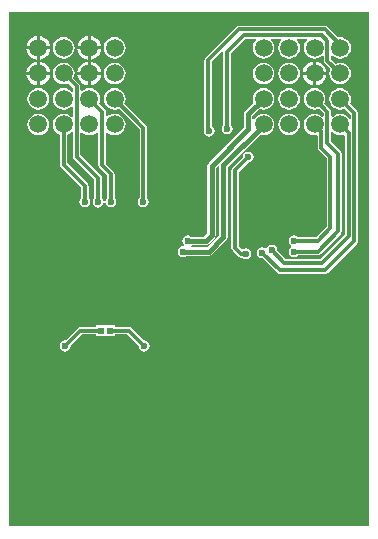
<source format=gbl>
G04*
G04 #@! TF.GenerationSoftware,Altium Limited,Altium Designer,18.0.7 (293)*
G04*
G04 Layer_Physical_Order=2*
G04 Layer_Color=16711680*
%FSLAX25Y25*%
%MOIN*%
G70*
G01*
G75*
%ADD11C,0.01181*%
%ADD21R,0.01968X0.02362*%
%ADD50C,0.01500*%
%ADD52C,0.05906*%
%ADD53C,0.02362*%
G36*
X123031Y2953D02*
X2953D01*
Y174213D01*
X123031D01*
Y2953D01*
D02*
G37*
%LPC*%
G36*
X30185Y166283D02*
Y162862D01*
X33606D01*
X33536Y163394D01*
X33138Y164356D01*
X32504Y165181D01*
X31679Y165815D01*
X30717Y166213D01*
X30185Y166283D01*
D02*
G37*
G36*
X13177D02*
Y162862D01*
X16598D01*
X16528Y163394D01*
X16130Y164356D01*
X15496Y165181D01*
X14671Y165815D01*
X13709Y166213D01*
X13177Y166283D01*
D02*
G37*
G36*
X12177Y166283D02*
X11645Y166213D01*
X10684Y165815D01*
X9858Y165181D01*
X9224Y164356D01*
X8826Y163394D01*
X8756Y162862D01*
X12177D01*
Y166283D01*
D02*
G37*
G36*
X29185D02*
X28653Y166213D01*
X27692Y165815D01*
X26866Y165181D01*
X26232Y164356D01*
X25834Y163394D01*
X25764Y162862D01*
X29185D01*
Y166283D01*
D02*
G37*
G36*
X108268Y169748D02*
X79528D01*
X79051Y169654D01*
X78648Y169384D01*
X68411Y159148D01*
X68142Y158744D01*
X68047Y158268D01*
Y135454D01*
X67979Y135352D01*
X67839Y134646D01*
X67979Y133939D01*
X68379Y133340D01*
X68978Y132940D01*
X69685Y132799D01*
X70392Y132940D01*
X70991Y133340D01*
X71391Y133939D01*
X71531Y134646D01*
X71391Y135352D01*
X70991Y135951D01*
X70536Y136255D01*
Y157752D01*
X73962Y161179D01*
X74002Y161174D01*
X74445Y160954D01*
Y136780D01*
X74383Y136739D01*
X73983Y136140D01*
X73843Y135433D01*
X73983Y134726D01*
X74383Y134127D01*
X74982Y133727D01*
X75689Y133587D01*
X76396Y133727D01*
X76995Y134127D01*
X77395Y134726D01*
X77535Y135433D01*
X77395Y136140D01*
X76995Y136739D01*
X76933Y136780D01*
Y160607D01*
X81775Y165448D01*
X85154D01*
X85315Y164975D01*
X85240Y164917D01*
X84666Y164169D01*
X84305Y163297D01*
X84182Y162362D01*
X84305Y161427D01*
X84666Y160555D01*
X85240Y159807D01*
X85988Y159233D01*
X86860Y158872D01*
X87795Y158749D01*
X88731Y158872D01*
X89602Y159233D01*
X90351Y159807D01*
X90925Y160555D01*
X91286Y161427D01*
X91409Y162362D01*
X91286Y163297D01*
X90925Y164169D01*
X90351Y164917D01*
X90275Y164975D01*
X90436Y165448D01*
X93659D01*
X93819Y164975D01*
X93744Y164917D01*
X93170Y164169D01*
X92809Y163297D01*
X92686Y162362D01*
X92809Y161427D01*
X93170Y160555D01*
X93744Y159807D01*
X94492Y159233D01*
X95364Y158872D01*
X96299Y158749D01*
X97234Y158872D01*
X98106Y159233D01*
X98854Y159807D01*
X99429Y160555D01*
X99790Y161427D01*
X99913Y162362D01*
X99790Y163297D01*
X99429Y164169D01*
X98854Y164917D01*
X98779Y164975D01*
X98940Y165448D01*
X102162D01*
X102323Y164975D01*
X102248Y164917D01*
X101674Y164169D01*
X101313Y163297D01*
X101190Y162362D01*
X101313Y161427D01*
X101674Y160555D01*
X102248Y159807D01*
X102996Y159233D01*
X103868Y158872D01*
X104803Y158749D01*
X105738Y158872D01*
X106610Y159233D01*
X107311Y159771D01*
X107710Y159688D01*
X107811Y159653D01*
Y158110D01*
X107905Y157634D01*
X108175Y157230D01*
X110050Y155356D01*
X109817Y154794D01*
X109694Y153858D01*
X109817Y152923D01*
X110178Y152051D01*
X110752Y151303D01*
X111500Y150729D01*
X112372Y150368D01*
X113307Y150245D01*
X114242Y150368D01*
X115114Y150729D01*
X115862Y151303D01*
X116437Y152051D01*
X116797Y152923D01*
X116921Y153858D01*
X116797Y154794D01*
X116437Y155665D01*
X115862Y156413D01*
X115114Y156988D01*
X114242Y157349D01*
X113307Y157472D01*
X112372Y157349D01*
X111809Y157116D01*
X110300Y158626D01*
Y159653D01*
X110400Y159688D01*
X110800Y159771D01*
X111500Y159233D01*
X112372Y158872D01*
X113307Y158749D01*
X114242Y158872D01*
X115114Y159233D01*
X115862Y159807D01*
X116437Y160555D01*
X116797Y161427D01*
X116921Y162362D01*
X116797Y163297D01*
X116437Y164169D01*
X115862Y164917D01*
X115114Y165492D01*
X114242Y165853D01*
X113307Y165976D01*
X112643Y165888D01*
X109148Y169384D01*
X108744Y169654D01*
X108268Y169748D01*
D02*
G37*
G36*
X38189Y165976D02*
X37254Y165853D01*
X36382Y165492D01*
X35634Y164917D01*
X35059Y164169D01*
X34699Y163297D01*
X34575Y162362D01*
X34699Y161427D01*
X35059Y160555D01*
X35634Y159807D01*
X36382Y159233D01*
X37254Y158872D01*
X38189Y158749D01*
X39124Y158872D01*
X39996Y159233D01*
X40744Y159807D01*
X41318Y160555D01*
X41679Y161427D01*
X41803Y162362D01*
X41679Y163297D01*
X41318Y164169D01*
X40744Y164917D01*
X39996Y165492D01*
X39124Y165853D01*
X38189Y165976D01*
D02*
G37*
G36*
X21181D02*
X20246Y165853D01*
X19374Y165492D01*
X18626Y164917D01*
X18052Y164169D01*
X17691Y163297D01*
X17568Y162362D01*
X17691Y161427D01*
X18052Y160555D01*
X18626Y159807D01*
X19374Y159233D01*
X20246Y158872D01*
X21181Y158749D01*
X22116Y158872D01*
X22988Y159233D01*
X23736Y159807D01*
X24311Y160555D01*
X24672Y161427D01*
X24795Y162362D01*
X24672Y163297D01*
X24311Y164169D01*
X23736Y164917D01*
X22988Y165492D01*
X22116Y165853D01*
X21181Y165976D01*
D02*
G37*
G36*
X33606Y161862D02*
X30185D01*
Y158441D01*
X30717Y158511D01*
X31679Y158909D01*
X32504Y159543D01*
X33138Y160369D01*
X33536Y161330D01*
X33606Y161862D01*
D02*
G37*
G36*
X16598D02*
X13177D01*
Y158441D01*
X13709Y158511D01*
X14671Y158909D01*
X15496Y159543D01*
X16130Y160369D01*
X16528Y161330D01*
X16598Y161862D01*
D02*
G37*
G36*
X12177D02*
X8756D01*
X8826Y161330D01*
X9224Y160369D01*
X9858Y159543D01*
X10684Y158909D01*
X11645Y158511D01*
X12177Y158441D01*
Y161862D01*
D02*
G37*
G36*
X29185D02*
X25764D01*
X25834Y161330D01*
X26232Y160369D01*
X26866Y159543D01*
X27692Y158909D01*
X28653Y158511D01*
X29185Y158441D01*
Y161862D01*
D02*
G37*
G36*
X30185Y157779D02*
Y154358D01*
X33606D01*
X33536Y154890D01*
X33138Y155852D01*
X32504Y156677D01*
X31679Y157311D01*
X30717Y157709D01*
X30185Y157779D01*
D02*
G37*
G36*
X13177D02*
Y154358D01*
X16598D01*
X16528Y154890D01*
X16130Y155852D01*
X15496Y156677D01*
X14671Y157311D01*
X13709Y157709D01*
X13177Y157779D01*
D02*
G37*
G36*
X105303Y157779D02*
Y154358D01*
X108724D01*
X108654Y154890D01*
X108256Y155852D01*
X107622Y156677D01*
X106797Y157311D01*
X105835Y157709D01*
X105303Y157779D01*
D02*
G37*
G36*
X104303Y157779D02*
X103771Y157709D01*
X102810Y157311D01*
X101984Y156677D01*
X101350Y155852D01*
X100952Y154890D01*
X100882Y154358D01*
X104303D01*
Y157779D01*
D02*
G37*
G36*
X12177Y157779D02*
X11645Y157709D01*
X10684Y157311D01*
X9858Y156677D01*
X9224Y155852D01*
X8826Y154890D01*
X8756Y154358D01*
X12177D01*
Y157779D01*
D02*
G37*
G36*
X29185D02*
X28653Y157709D01*
X27692Y157311D01*
X26866Y156677D01*
X26232Y155852D01*
X25834Y154890D01*
X25764Y154358D01*
X29185D01*
Y157779D01*
D02*
G37*
G36*
X96299Y157472D02*
X95364Y157349D01*
X94492Y156988D01*
X93744Y156413D01*
X93170Y155665D01*
X92809Y154794D01*
X92686Y153858D01*
X92809Y152923D01*
X93170Y152051D01*
X93744Y151303D01*
X94492Y150729D01*
X95364Y150368D01*
X96299Y150245D01*
X97234Y150368D01*
X98106Y150729D01*
X98854Y151303D01*
X99429Y152051D01*
X99790Y152923D01*
X99913Y153858D01*
X99790Y154794D01*
X99429Y155665D01*
X98854Y156413D01*
X98106Y156988D01*
X97234Y157349D01*
X96299Y157472D01*
D02*
G37*
G36*
X87795D02*
X86860Y157349D01*
X85988Y156988D01*
X85240Y156413D01*
X84666Y155665D01*
X84305Y154794D01*
X84182Y153858D01*
X84305Y152923D01*
X84666Y152051D01*
X85240Y151303D01*
X85988Y150729D01*
X86860Y150368D01*
X87795Y150245D01*
X88731Y150368D01*
X89602Y150729D01*
X90351Y151303D01*
X90925Y152051D01*
X91286Y152923D01*
X91409Y153858D01*
X91286Y154794D01*
X90925Y155665D01*
X90351Y156413D01*
X89602Y156988D01*
X88731Y157349D01*
X87795Y157472D01*
D02*
G37*
G36*
X38189D02*
X37254Y157349D01*
X36382Y156988D01*
X35634Y156413D01*
X35059Y155665D01*
X34699Y154794D01*
X34575Y153858D01*
X34699Y152923D01*
X35059Y152051D01*
X35634Y151303D01*
X36382Y150729D01*
X37254Y150368D01*
X38189Y150245D01*
X39124Y150368D01*
X39996Y150729D01*
X40744Y151303D01*
X41318Y152051D01*
X41679Y152923D01*
X41803Y153858D01*
X41679Y154794D01*
X41318Y155665D01*
X40744Y156413D01*
X39996Y156988D01*
X39124Y157349D01*
X38189Y157472D01*
D02*
G37*
G36*
X33606Y153358D02*
X30185D01*
Y149937D01*
X30717Y150007D01*
X31679Y150406D01*
X32504Y151039D01*
X33138Y151865D01*
X33536Y152826D01*
X33606Y153358D01*
D02*
G37*
G36*
X16598D02*
X13177D01*
Y149937D01*
X13709Y150007D01*
X14671Y150406D01*
X15496Y151039D01*
X16130Y151865D01*
X16528Y152826D01*
X16598Y153358D01*
D02*
G37*
G36*
X104303D02*
X100882D01*
X100952Y152826D01*
X101350Y151865D01*
X101984Y151039D01*
X102810Y150406D01*
X103771Y150007D01*
X104303Y149937D01*
Y153358D01*
D02*
G37*
G36*
X108724D02*
X105303D01*
Y149937D01*
X105835Y150007D01*
X106797Y150406D01*
X107622Y151039D01*
X108256Y151865D01*
X108654Y152826D01*
X108724Y153358D01*
D02*
G37*
G36*
X12177D02*
X8756D01*
X8826Y152826D01*
X9224Y151865D01*
X9858Y151039D01*
X10684Y150406D01*
X11645Y150007D01*
X12177Y149937D01*
Y153358D01*
D02*
G37*
G36*
X29185D02*
X25764D01*
X25834Y152826D01*
X26232Y151865D01*
X26866Y151039D01*
X27692Y150406D01*
X28653Y150007D01*
X29185Y149937D01*
Y153358D01*
D02*
G37*
G36*
X21181Y157472D02*
X20246Y157349D01*
X19374Y156988D01*
X18626Y156413D01*
X18052Y155665D01*
X17691Y154794D01*
X17568Y153858D01*
X17691Y152923D01*
X18052Y152051D01*
X18626Y151303D01*
X19374Y150729D01*
X20246Y150368D01*
X21181Y150245D01*
X22116Y150368D01*
X22679Y150601D01*
X24267Y149012D01*
Y147995D01*
X23794Y147834D01*
X23736Y147909D01*
X22988Y148484D01*
X22116Y148845D01*
X21181Y148968D01*
X20246Y148845D01*
X19374Y148484D01*
X18626Y147909D01*
X18052Y147161D01*
X17691Y146290D01*
X17568Y145354D01*
X17691Y144419D01*
X18052Y143547D01*
X18626Y142799D01*
X19374Y142225D01*
X20246Y141864D01*
X21181Y141741D01*
X22116Y141864D01*
X22988Y142225D01*
X23736Y142799D01*
X23794Y142874D01*
X24267Y142714D01*
Y139491D01*
X23794Y139330D01*
X23736Y139406D01*
X22988Y139980D01*
X22116Y140341D01*
X21181Y140464D01*
X20246Y140341D01*
X19374Y139980D01*
X18626Y139406D01*
X18052Y138657D01*
X17691Y137786D01*
X17568Y136850D01*
X17691Y135915D01*
X18052Y135044D01*
X18626Y134295D01*
X19374Y133721D01*
X19937Y133488D01*
Y123406D01*
X20031Y122929D01*
X20301Y122526D01*
X27004Y115823D01*
Y112469D01*
X26942Y112428D01*
X26542Y111829D01*
X26401Y111122D01*
X26542Y110415D01*
X26942Y109816D01*
X27541Y109416D01*
X28248Y109275D01*
X28955Y109416D01*
X29554Y109816D01*
X29954Y110415D01*
X30095Y111122D01*
X29954Y111829D01*
X29554Y112428D01*
X29492Y112469D01*
Y116339D01*
X29398Y116815D01*
X29128Y117218D01*
X22425Y123921D01*
Y133488D01*
X22988Y133721D01*
X23736Y134295D01*
X23794Y134370D01*
X24267Y134210D01*
Y126161D01*
X24362Y125685D01*
X24632Y125282D01*
X31433Y118481D01*
Y112272D01*
X31372Y112231D01*
X30971Y111632D01*
X30831Y110925D01*
X30971Y110219D01*
X31372Y109619D01*
X31971Y109219D01*
X32677Y109079D01*
X33384Y109219D01*
X33983Y109619D01*
X34383Y110219D01*
X34524Y110925D01*
X34383Y111632D01*
X33983Y112231D01*
X33922Y112272D01*
Y118996D01*
X33827Y119472D01*
X33557Y119876D01*
X26756Y126677D01*
Y134019D01*
X27256Y134198D01*
X27878Y133721D01*
X28750Y133360D01*
X29685Y133237D01*
X30620Y133360D01*
X31492Y133721D01*
X32240Y134295D01*
X32298Y134370D01*
X32771Y134210D01*
Y123169D01*
X32866Y122693D01*
X33136Y122289D01*
X35665Y119760D01*
Y112370D01*
X35604Y112329D01*
X35203Y111730D01*
X35063Y111024D01*
X35203Y110317D01*
X35604Y109718D01*
X36203Y109318D01*
X36909Y109177D01*
X37616Y109318D01*
X38215Y109718D01*
X38615Y110317D01*
X38756Y111024D01*
X38615Y111730D01*
X38215Y112329D01*
X38154Y112370D01*
Y120276D01*
X38059Y120752D01*
X37789Y121156D01*
X35260Y123685D01*
Y134019D01*
X35760Y134198D01*
X36382Y133721D01*
X37254Y133360D01*
X38189Y133237D01*
X39124Y133360D01*
X39996Y133721D01*
X40744Y134295D01*
X41318Y135044D01*
X41679Y135915D01*
X41803Y136850D01*
X41679Y137786D01*
X41318Y138657D01*
X40744Y139406D01*
X39996Y139980D01*
X39124Y140341D01*
X38189Y140464D01*
X37254Y140341D01*
X36382Y139980D01*
X35760Y139503D01*
X35260Y139682D01*
Y141024D01*
X35165Y141500D01*
X34896Y141903D01*
X32943Y143857D01*
X33176Y144419D01*
X33299Y145354D01*
X33176Y146290D01*
X32814Y147161D01*
X32240Y147909D01*
X31492Y148484D01*
X30620Y148845D01*
X29685Y148968D01*
X28750Y148845D01*
X27878Y148484D01*
X27256Y148006D01*
X26756Y148186D01*
Y149528D01*
X26662Y150004D01*
X26392Y150408D01*
X24439Y152361D01*
X24672Y152923D01*
X24795Y153858D01*
X24672Y154794D01*
X24311Y155665D01*
X23736Y156413D01*
X22988Y156988D01*
X22116Y157349D01*
X21181Y157472D01*
D02*
G37*
G36*
X96299Y148968D02*
X95364Y148845D01*
X94492Y148484D01*
X93744Y147909D01*
X93170Y147161D01*
X92809Y146290D01*
X92686Y145354D01*
X92809Y144419D01*
X93170Y143547D01*
X93744Y142799D01*
X94492Y142225D01*
X95364Y141864D01*
X96299Y141741D01*
X97234Y141864D01*
X98106Y142225D01*
X98854Y142799D01*
X99429Y143547D01*
X99790Y144419D01*
X99913Y145354D01*
X99790Y146290D01*
X99429Y147161D01*
X98854Y147909D01*
X98106Y148484D01*
X97234Y148845D01*
X96299Y148968D01*
D02*
G37*
G36*
X87795D02*
X86860Y148845D01*
X85988Y148484D01*
X85240Y147909D01*
X84666Y147161D01*
X84305Y146290D01*
X84182Y145354D01*
X84305Y144419D01*
X84470Y144019D01*
X81682Y141231D01*
X81377Y140775D01*
X81270Y140236D01*
Y135851D01*
X69478Y124058D01*
X69173Y123601D01*
X69065Y123063D01*
Y100575D01*
X67929Y99439D01*
X63753D01*
X63305Y99737D01*
X62598Y99878D01*
X61892Y99737D01*
X61293Y99337D01*
X60892Y98738D01*
X60752Y98032D01*
X60892Y97325D01*
X61243Y96801D01*
X61121Y96493D01*
X61001Y96330D01*
X60317Y96194D01*
X59718Y95794D01*
X59318Y95195D01*
X59177Y94488D01*
X59318Y93782D01*
X59718Y93182D01*
X60317Y92782D01*
X61024Y92642D01*
X61730Y92782D01*
X62178Y93081D01*
X69685D01*
X70223Y93188D01*
X70680Y93493D01*
X75404Y98218D01*
X75709Y98674D01*
X75816Y99213D01*
Y122626D01*
X86641Y133450D01*
X86860Y133360D01*
X87795Y133237D01*
X88731Y133360D01*
X89602Y133721D01*
X90351Y134295D01*
X90925Y135044D01*
X91286Y135915D01*
X91409Y136850D01*
X91286Y137786D01*
X90925Y138657D01*
X90351Y139406D01*
X89602Y139980D01*
X88731Y140341D01*
X87795Y140464D01*
X86860Y140341D01*
X85988Y139980D01*
X85240Y139406D01*
X84666Y138657D01*
X84584Y138460D01*
X84084Y138559D01*
Y139653D01*
X86460Y142030D01*
X86860Y141864D01*
X87795Y141741D01*
X88731Y141864D01*
X89602Y142225D01*
X90351Y142799D01*
X90925Y143547D01*
X91286Y144419D01*
X91409Y145354D01*
X91286Y146290D01*
X90925Y147161D01*
X90351Y147909D01*
X89602Y148484D01*
X88731Y148845D01*
X87795Y148968D01*
D02*
G37*
G36*
X12677D02*
X11742Y148845D01*
X10870Y148484D01*
X10122Y147909D01*
X9548Y147161D01*
X9187Y146290D01*
X9064Y145354D01*
X9187Y144419D01*
X9548Y143547D01*
X10122Y142799D01*
X10870Y142225D01*
X11742Y141864D01*
X12677Y141741D01*
X13612Y141864D01*
X14484Y142225D01*
X15232Y142799D01*
X15807Y143547D01*
X16168Y144419D01*
X16291Y145354D01*
X16168Y146290D01*
X15807Y147161D01*
X15232Y147909D01*
X14484Y148484D01*
X13612Y148845D01*
X12677Y148968D01*
D02*
G37*
G36*
X113307D02*
X112372Y148845D01*
X111500Y148484D01*
X110752Y147909D01*
X110178Y147161D01*
X109817Y146290D01*
X109694Y145354D01*
X109817Y144419D01*
X110178Y143547D01*
X110752Y142799D01*
X111500Y142225D01*
X112372Y141864D01*
X113307Y141741D01*
X114242Y141864D01*
X114805Y142097D01*
X116866Y140036D01*
Y138881D01*
X116744Y138818D01*
X116366Y138749D01*
X115862Y139406D01*
X115114Y139980D01*
X114242Y140341D01*
X113307Y140464D01*
X112372Y140341D01*
X111500Y139980D01*
X110800Y139442D01*
X110400Y139525D01*
X110300Y139559D01*
Y141102D01*
X110205Y141579D01*
X109935Y141982D01*
X108061Y143857D01*
X108294Y144419D01*
X108417Y145354D01*
X108294Y146290D01*
X107933Y147161D01*
X107358Y147909D01*
X106610Y148484D01*
X105738Y148845D01*
X104803Y148968D01*
X103868Y148845D01*
X102996Y148484D01*
X102248Y147909D01*
X101674Y147161D01*
X101313Y146290D01*
X101190Y145354D01*
X101313Y144419D01*
X101674Y143547D01*
X102248Y142799D01*
X102996Y142225D01*
X103868Y141864D01*
X104803Y141741D01*
X105738Y141864D01*
X106301Y142097D01*
X107811Y140587D01*
Y139559D01*
X107710Y139525D01*
X107311Y139442D01*
X106610Y139980D01*
X105738Y140341D01*
X104803Y140464D01*
X103868Y140341D01*
X102996Y139980D01*
X102248Y139406D01*
X101674Y138657D01*
X101313Y137786D01*
X101190Y136850D01*
X101313Y135915D01*
X101674Y135044D01*
X102248Y134295D01*
X102996Y133721D01*
X103868Y133360D01*
X104803Y133237D01*
X105342Y133308D01*
X105842Y132887D01*
Y129134D01*
X105937Y128658D01*
X106207Y128254D01*
X108854Y125607D01*
Y102732D01*
X105398Y99276D01*
X99378D01*
X99337Y99337D01*
X98738Y99737D01*
X98032Y99878D01*
X97325Y99737D01*
X96726Y99337D01*
X96326Y98738D01*
X96185Y98032D01*
X96326Y97325D01*
X96726Y96726D01*
X96973Y96561D01*
Y95959D01*
X96726Y95794D01*
X96326Y95195D01*
X96185Y94488D01*
X96326Y93782D01*
X96726Y93182D01*
X97325Y92782D01*
X98032Y92642D01*
X98738Y92782D01*
X99337Y93182D01*
X99378Y93244D01*
X105905D01*
X106382Y93339D01*
X106785Y93608D01*
X113478Y100301D01*
X113748Y100705D01*
X113843Y101181D01*
Y127165D01*
X113748Y127642D01*
X113478Y128045D01*
X110300Y131224D01*
Y134142D01*
X110400Y134176D01*
X110800Y134259D01*
X111500Y133721D01*
X112372Y133360D01*
X113307Y133237D01*
X114242Y133360D01*
X114397Y133424D01*
X114897Y133090D01*
Y100114D01*
X106717Y91933D01*
X95259D01*
X92383Y94810D01*
X92398Y94882D01*
X92257Y95588D01*
X91857Y96188D01*
X91258Y96588D01*
X90551Y96728D01*
X89845Y96588D01*
X89245Y96188D01*
X88972Y95779D01*
X88840Y95589D01*
X88346Y95641D01*
X88108Y95800D01*
X87402Y95941D01*
X86695Y95800D01*
X86096Y95400D01*
X85696Y94801D01*
X85555Y94095D01*
X85696Y93388D01*
X86096Y92789D01*
X86695Y92388D01*
X87402Y92248D01*
X87474Y92262D01*
X92427Y87309D01*
X92831Y87039D01*
X93307Y86945D01*
X108268D01*
X108744Y87039D01*
X109148Y87309D01*
X118990Y97152D01*
X119260Y97555D01*
X119355Y98032D01*
Y140551D01*
X119260Y141027D01*
X118990Y141431D01*
X116565Y143857D01*
X116797Y144419D01*
X116921Y145354D01*
X116797Y146290D01*
X116437Y147161D01*
X115862Y147909D01*
X115114Y148484D01*
X114242Y148845D01*
X113307Y148968D01*
D02*
G37*
G36*
X96299Y140464D02*
X95364Y140341D01*
X94492Y139980D01*
X93744Y139406D01*
X93170Y138657D01*
X92809Y137786D01*
X92686Y136850D01*
X92809Y135915D01*
X93170Y135044D01*
X93744Y134295D01*
X94492Y133721D01*
X95364Y133360D01*
X96299Y133237D01*
X97234Y133360D01*
X98106Y133721D01*
X98854Y134295D01*
X99429Y135044D01*
X99790Y135915D01*
X99913Y136850D01*
X99790Y137786D01*
X99429Y138657D01*
X98854Y139406D01*
X98106Y139980D01*
X97234Y140341D01*
X96299Y140464D01*
D02*
G37*
G36*
X12677D02*
X11742Y140341D01*
X10870Y139980D01*
X10122Y139406D01*
X9548Y138657D01*
X9187Y137786D01*
X9064Y136850D01*
X9187Y135915D01*
X9548Y135044D01*
X10122Y134295D01*
X10870Y133721D01*
X11742Y133360D01*
X12677Y133237D01*
X13612Y133360D01*
X14484Y133721D01*
X15232Y134295D01*
X15807Y135044D01*
X16168Y135915D01*
X16291Y136850D01*
X16168Y137786D01*
X15807Y138657D01*
X15232Y139406D01*
X14484Y139980D01*
X13612Y140341D01*
X12677Y140464D01*
D02*
G37*
G36*
X82677Y127831D02*
X81971Y127690D01*
X81371Y127290D01*
X80971Y126691D01*
X80831Y125984D01*
X80845Y125912D01*
X77466Y122533D01*
X77197Y122130D01*
X77102Y121653D01*
Y95669D01*
X77197Y95193D01*
X77466Y94789D01*
X79435Y92821D01*
X79839Y92551D01*
X80315Y92456D01*
X80543D01*
X80584Y92395D01*
X81183Y91995D01*
X81890Y91854D01*
X82596Y91995D01*
X83195Y92395D01*
X83596Y92994D01*
X83736Y93701D01*
X83596Y94407D01*
X83195Y95007D01*
X82596Y95407D01*
X81890Y95547D01*
X81183Y95407D01*
X80695Y95081D01*
X79591Y96185D01*
Y121138D01*
X82605Y124152D01*
X82677Y124138D01*
X83384Y124278D01*
X83983Y124679D01*
X84383Y125278D01*
X84524Y125984D01*
X84383Y126691D01*
X83983Y127290D01*
X83384Y127690D01*
X82677Y127831D01*
D02*
G37*
G36*
X38189Y148968D02*
X37254Y148845D01*
X36382Y148484D01*
X35634Y147909D01*
X35059Y147161D01*
X34699Y146290D01*
X34575Y145354D01*
X34699Y144419D01*
X35059Y143547D01*
X35634Y142799D01*
X36382Y142225D01*
X37254Y141864D01*
X38189Y141741D01*
X39124Y141864D01*
X39687Y142097D01*
X46492Y135292D01*
Y112370D01*
X46431Y112329D01*
X46030Y111730D01*
X45890Y111024D01*
X46030Y110317D01*
X46431Y109718D01*
X47030Y109318D01*
X47736Y109177D01*
X48443Y109318D01*
X49042Y109718D01*
X49442Y110317D01*
X49583Y111024D01*
X49442Y111730D01*
X49042Y112329D01*
X48981Y112370D01*
Y135807D01*
X48886Y136283D01*
X48616Y136687D01*
X41447Y143857D01*
X41679Y144419D01*
X41803Y145354D01*
X41679Y146290D01*
X41318Y147161D01*
X40744Y147909D01*
X39996Y148484D01*
X39124Y148845D01*
X38189Y148968D01*
D02*
G37*
G36*
X38228Y69921D02*
X32047D01*
Y69355D01*
X26772D01*
X26295Y69260D01*
X25892Y68990D01*
X21726Y64824D01*
X21654Y64839D01*
X20947Y64698D01*
X20348Y64298D01*
X19948Y63699D01*
X19807Y62992D01*
X19948Y62286D01*
X20348Y61686D01*
X20947Y61286D01*
X21654Y61146D01*
X22360Y61286D01*
X22959Y61686D01*
X23359Y62286D01*
X23500Y62992D01*
X23486Y63064D01*
X27287Y66866D01*
X32047D01*
Y66299D01*
X38228D01*
Y66866D01*
X42398D01*
X46199Y63064D01*
X46185Y62992D01*
X46326Y62286D01*
X46726Y61686D01*
X47325Y61286D01*
X48031Y61146D01*
X48738Y61286D01*
X49337Y61686D01*
X49737Y62286D01*
X49878Y62992D01*
X49737Y63699D01*
X49337Y64298D01*
X48738Y64698D01*
X48031Y64839D01*
X47959Y64824D01*
X43793Y68990D01*
X43390Y69260D01*
X42913Y69355D01*
X38228D01*
Y69921D01*
D02*
G37*
%LPD*%
G36*
X73002Y122896D02*
Y99795D01*
X69102Y95895D01*
X63778D01*
X63579Y96395D01*
X63811Y96624D01*
X68512D01*
X69050Y96732D01*
X69507Y97037D01*
X71467Y98997D01*
X71772Y99454D01*
X71879Y99992D01*
Y122480D01*
X72502Y123103D01*
X73002Y122896D01*
D02*
G37*
D11*
X34016Y123169D02*
Y141024D01*
X29685Y145354D02*
X34016Y141024D01*
X47736Y111024D02*
Y135807D01*
X38189Y145354D02*
X47736Y135807D01*
X25512Y126161D02*
Y149528D01*
X21181Y153858D02*
X25512Y149528D01*
X28248Y111122D02*
Y116339D01*
X107126Y166693D02*
X109055Y164764D01*
X81260Y166693D02*
X107126D01*
X75689Y161122D02*
X81260Y166693D01*
X75689Y135433D02*
Y161122D01*
X21654Y62992D02*
X26772Y68110D01*
X33661D01*
X36614D02*
X42913D01*
X48031Y62992D01*
X109055Y158110D02*
Y164764D01*
Y158110D02*
X113307Y153858D01*
X80315Y93701D02*
X81890D01*
X78347Y95669D02*
X80315Y93701D01*
X78347Y95669D02*
Y121653D01*
X82677Y125984D01*
X69291Y135039D02*
X69685Y134646D01*
X69291Y135039D02*
Y158268D01*
X79528Y168504D01*
X108268D01*
X113307Y163465D01*
Y162362D02*
Y163465D01*
X90551Y94882D02*
X90551D01*
X94744Y90689D01*
X113307Y136850D02*
X116142Y134016D01*
X118110Y98032D02*
Y140551D01*
X109055Y130709D02*
X112598Y127165D01*
X109055Y130709D02*
Y141102D01*
X107087Y129134D02*
Y134567D01*
X104803Y136850D02*
X107087Y134567D01*
X98032Y98032D02*
X105913D01*
X110098Y102217D01*
Y126122D01*
X107087Y129134D02*
X110098Y126122D01*
X98032Y94488D02*
X105905D01*
X112598Y101181D01*
Y127165D01*
X104803Y145354D02*
X109055Y141102D01*
X94744Y90689D02*
X107232D01*
X116142Y99598D01*
Y134016D01*
X87402Y94095D02*
X93307Y88189D01*
X108268D01*
X118110Y98032D01*
X113307Y145354D02*
X118110Y140551D01*
X32677Y110925D02*
Y118996D01*
X36909Y111024D02*
Y120276D01*
X21181Y123406D02*
X28248Y116339D01*
X21181Y123406D02*
Y136850D01*
X34016Y123169D02*
X36909Y120276D01*
X25512Y126161D02*
X32677Y118996D01*
D21*
X36614Y68110D02*
D03*
X33661D02*
D03*
D50*
X87795Y136594D02*
Y136850D01*
X74410Y123208D02*
X87795Y136594D01*
X74410Y99213D02*
Y123208D01*
X69685Y94488D02*
X74410Y99213D01*
X62598Y98032D02*
X68512D01*
X70472Y99992D01*
Y123063D01*
X82677Y135268D01*
Y140236D01*
X87795Y145354D01*
X61024Y94488D02*
X69685D01*
D52*
X113307Y153858D02*
D03*
Y145354D02*
D03*
Y136850D02*
D03*
X104803Y162362D02*
D03*
Y153858D02*
D03*
Y145354D02*
D03*
Y136850D02*
D03*
X113307Y162362D02*
D03*
X96299D02*
D03*
X87795Y136850D02*
D03*
Y145354D02*
D03*
Y153858D02*
D03*
Y162362D02*
D03*
X96299Y136850D02*
D03*
Y145354D02*
D03*
Y153858D02*
D03*
X21181D02*
D03*
Y145354D02*
D03*
Y136850D02*
D03*
X12677Y162362D02*
D03*
Y153858D02*
D03*
Y145354D02*
D03*
Y136850D02*
D03*
X21181Y162362D02*
D03*
X38189D02*
D03*
X29685Y136850D02*
D03*
Y145354D02*
D03*
Y153858D02*
D03*
Y162362D02*
D03*
X38189Y136850D02*
D03*
Y145354D02*
D03*
Y153858D02*
D03*
D53*
X120768Y155807D02*
D03*
Y140059D02*
D03*
Y124311D02*
D03*
Y108563D02*
D03*
Y92815D02*
D03*
X116831Y84941D02*
D03*
X120768Y77067D02*
D03*
X116831Y69193D02*
D03*
X120768Y61319D02*
D03*
X116831Y53445D02*
D03*
X120768Y45571D02*
D03*
X116831Y37697D02*
D03*
X120768Y29823D02*
D03*
X116831Y21949D02*
D03*
X120768Y14075D02*
D03*
X116831Y6201D02*
D03*
X108957Y147933D02*
D03*
X112894Y77067D02*
D03*
Y61319D02*
D03*
X108957Y53445D02*
D03*
Y37697D02*
D03*
X112894Y29823D02*
D03*
Y14075D02*
D03*
X108957Y6201D02*
D03*
X101083Y132185D02*
D03*
X105020Y124311D02*
D03*
Y108563D02*
D03*
X101083Y100689D02*
D03*
Y6201D02*
D03*
X93209Y132185D02*
D03*
X97146Y124311D02*
D03*
X93209Y53445D02*
D03*
Y37697D02*
D03*
X97146Y29823D02*
D03*
X93209Y21949D02*
D03*
Y6201D02*
D03*
X89272Y77067D02*
D03*
X85335Y69193D02*
D03*
X89272Y61319D02*
D03*
X85335Y53445D02*
D03*
Y37697D02*
D03*
X89272Y29823D02*
D03*
X85335Y6201D02*
D03*
X77461Y84941D02*
D03*
Y69193D02*
D03*
X81398Y61319D02*
D03*
X77461Y37697D02*
D03*
X81398Y29823D02*
D03*
X77461Y6201D02*
D03*
X73524Y92815D02*
D03*
X69587Y69193D02*
D03*
X73524Y61319D02*
D03*
X69587Y37697D02*
D03*
X73524Y29823D02*
D03*
X69587Y6201D02*
D03*
X65650Y140059D02*
D03*
Y124311D02*
D03*
X61713Y84941D02*
D03*
X65650Y61319D02*
D03*
X61713Y53445D02*
D03*
X65650Y45571D02*
D03*
X61713Y37697D02*
D03*
X65650Y29823D02*
D03*
X61713Y21949D02*
D03*
Y6201D02*
D03*
X53839Y163681D02*
D03*
X57776Y140059D02*
D03*
X53839Y100689D02*
D03*
X57776Y92815D02*
D03*
X53839Y84941D02*
D03*
X57776Y77067D02*
D03*
X53839Y69193D02*
D03*
X57776Y61319D02*
D03*
X53839Y53445D02*
D03*
X57776Y45571D02*
D03*
X53839Y37697D02*
D03*
X57776Y29823D02*
D03*
X53839Y21949D02*
D03*
Y6201D02*
D03*
X45965Y163681D02*
D03*
Y100689D02*
D03*
X49902Y92815D02*
D03*
Y45571D02*
D03*
X45965Y37697D02*
D03*
Y6201D02*
D03*
X38091Y100689D02*
D03*
X42028Y92815D02*
D03*
Y61319D02*
D03*
X38091Y37697D02*
D03*
X42028Y29823D02*
D03*
X38091Y21949D02*
D03*
Y6201D02*
D03*
X30217Y100689D02*
D03*
X34154Y92815D02*
D03*
Y77067D02*
D03*
Y61319D02*
D03*
X30217Y37697D02*
D03*
X34154Y29823D02*
D03*
X30217Y21949D02*
D03*
Y6201D02*
D03*
X22343Y116437D02*
D03*
Y100689D02*
D03*
X26280Y61319D02*
D03*
X22343Y37697D02*
D03*
X26280Y29823D02*
D03*
X22343Y21949D02*
D03*
Y6201D02*
D03*
X18406Y124311D02*
D03*
Y108563D02*
D03*
Y61319D02*
D03*
X14469Y53445D02*
D03*
Y37697D02*
D03*
X18406Y14075D02*
D03*
X14469Y6201D02*
D03*
X6595Y163681D02*
D03*
Y147933D02*
D03*
Y132185D02*
D03*
Y116437D02*
D03*
Y100689D02*
D03*
Y84941D02*
D03*
Y69193D02*
D03*
Y53445D02*
D03*
X10532Y45571D02*
D03*
X6595Y37697D02*
D03*
X10532Y29823D02*
D03*
X6595Y21949D02*
D03*
X10532Y14075D02*
D03*
X6595Y6201D02*
D03*
X28248Y111122D02*
D03*
X21654Y62992D02*
D03*
X48031D02*
D03*
X75689Y135433D02*
D03*
X81890Y93701D02*
D03*
X82677Y125984D02*
D03*
X69685Y134646D02*
D03*
X90551Y94882D02*
D03*
X62598Y98032D02*
D03*
X61024Y94488D02*
D03*
X98032Y98032D02*
D03*
Y94488D02*
D03*
X87402Y94095D02*
D03*
X32677Y110925D02*
D03*
X36909Y111024D02*
D03*
X47736Y111024D02*
D03*
M02*

</source>
